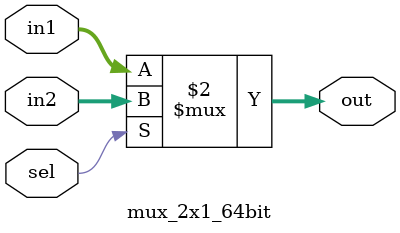
<source format=v>
`timescale 1ns / 1ps

//module mux 2x64 bit in to 64 bit out  */
//Note: written in RTL generate basis
//////////////////////////////////////////////////////////////////////////////////


module mux_2x1_64bit(
    input [63:0] in1,
    input [63:0] in2,
    output [63:0] out,
    input sel    
    );
        
    assign out = (sel == 1'b1)? in2 : in1;    
    
endmodule

</source>
